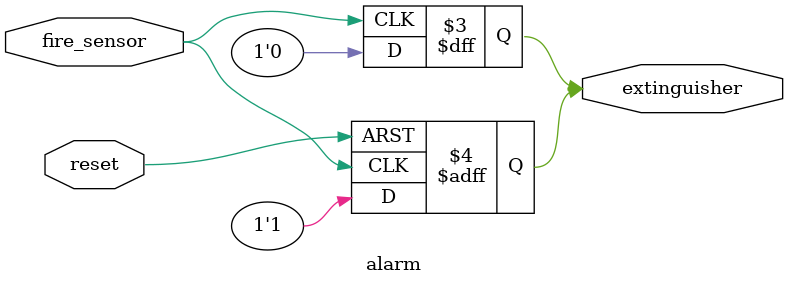
<source format=v>
`timescale 1ns / 1ps


module alarm(
    input fire_sensor,
    input reset,
    output reg extinguisher
    );
always@(posedge reset or posedge fire_sensor)
begin
if(reset)
extinguisher=0;
else if(fire_sensor)
extinguisher=1;
end
always@(negedge fire_sensor)
extinguisher=0;
endmodule

</source>
